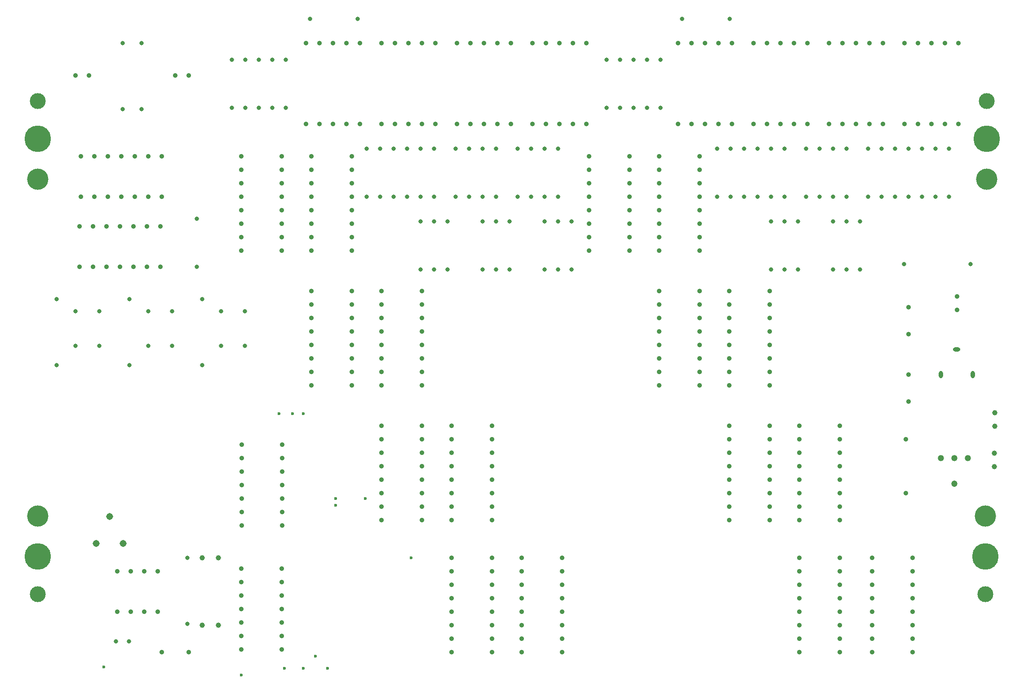
<source format=gbr>
G04 Generated by Ultiboard 14.3 *
%FSLAX34Y34*%
%MOMM*%

%ADD10C,0.0001*%
%ADD11C,0.8000*%
%ADD12C,0.8890*%
%ADD13C,1.0000*%
%ADD14C,1.3124*%
%ADD15C,1.1810*%
%ADD16O,1.4000X0.8000*%
%ADD17O,0.8000X1.4000*%
%ADD18C,0.9000*%
%ADD19C,0.6000*%
%ADD20C,1.2000*%
%ADD21C,3.0000*%
%ADD22C,5.0000*%
%ADD23C,4.0000*%


G04 ColorRGB 000000 for the following layer *
%LNDrill-Copper Top-Copper Bottom*%
%LPD*%
G54D11*
X81280Y631920D03*
X81280Y756920D03*
X218440Y631920D03*
X218440Y756920D03*
X355600Y631920D03*
X355600Y756920D03*
X327660Y144240D03*
X327660Y269240D03*
X690880Y1039960D03*
X690780Y949960D03*
X716280Y1039960D03*
X716180Y949960D03*
X741680Y1039960D03*
X741580Y949960D03*
X767080Y1039960D03*
X766980Y949960D03*
X792480Y1039960D03*
X792380Y949960D03*
X767080Y902800D03*
X766980Y812800D03*
X792480Y902800D03*
X792380Y812800D03*
X833120Y1039960D03*
X833020Y949960D03*
X883920Y1039960D03*
X883820Y949960D03*
X909320Y1039960D03*
X909220Y949960D03*
X858520Y1039960D03*
X858420Y949960D03*
X909320Y902800D03*
X909220Y812800D03*
X883920Y902800D03*
X883820Y812800D03*
X1026160Y1039960D03*
X1026060Y949960D03*
X975360Y1039960D03*
X975260Y949960D03*
X949960Y1039960D03*
X949860Y949960D03*
X1000760Y1039960D03*
X1000660Y949960D03*
X817880Y902800D03*
X817780Y812800D03*
X1325880Y1039960D03*
X1325780Y949960D03*
X1351280Y1039960D03*
X1351180Y949960D03*
X1376680Y1039960D03*
X1376580Y949960D03*
X1402080Y1039960D03*
X1401980Y949960D03*
X1427480Y1039960D03*
X1427380Y949960D03*
X1452880Y1039960D03*
X1452780Y949960D03*
X1117600Y1207600D03*
X1117500Y1117600D03*
X1143000Y1207600D03*
X1142900Y1117600D03*
X1168400Y1207600D03*
X1168300Y1117600D03*
X1193800Y1207600D03*
X1193700Y1117600D03*
X1219200Y1207600D03*
X1219100Y1117600D03*
X1427480Y902800D03*
X1427380Y812800D03*
X1452880Y902800D03*
X1452780Y812800D03*
X1478280Y902800D03*
X1478180Y812800D03*
X1493520Y1039960D03*
X1493420Y949960D03*
X1518920Y1039960D03*
X1518820Y949960D03*
X1544320Y1039960D03*
X1544220Y949960D03*
X1569720Y1039960D03*
X1569620Y949960D03*
X1595120Y902800D03*
X1595020Y812800D03*
X1569720Y902800D03*
X1569620Y812800D03*
X1544320Y902800D03*
X1544220Y812800D03*
X1610360Y1039960D03*
X1610260Y949960D03*
X1635760Y1039960D03*
X1635660Y949960D03*
X1661160Y1039960D03*
X1661060Y949960D03*
X1686560Y1039960D03*
X1686460Y949960D03*
X1711960Y1039960D03*
X1711860Y949960D03*
X1737360Y1039960D03*
X1737260Y949960D03*
X1762760Y1039960D03*
X1762660Y949960D03*
X411480Y1207600D03*
X411380Y1117600D03*
X436880Y1207600D03*
X436780Y1117600D03*
X462280Y1207600D03*
X462180Y1117600D03*
X487680Y1207600D03*
X487580Y1117600D03*
X513080Y1207600D03*
X512980Y1117600D03*
X665480Y1039960D03*
X665380Y949960D03*
X299360Y668540D03*
X299360Y733540D03*
X254360Y668540D03*
X254360Y733540D03*
X436520Y733540D03*
X391520Y668540D03*
X436520Y668540D03*
X391520Y733540D03*
X162200Y668540D03*
X162200Y733540D03*
X117200Y668540D03*
X117200Y733540D03*
X648800Y1285240D03*
X558800Y1285340D03*
X1349840Y1285240D03*
X1259840Y1285340D03*
X345440Y907880D03*
X345340Y817880D03*
X934720Y902800D03*
X934620Y812800D03*
X1000760Y902800D03*
X1000660Y812800D03*
X1026160Y902800D03*
X1026060Y812800D03*
X1051560Y902800D03*
X1051460Y812800D03*
X205740Y1114520D03*
X205740Y1239520D03*
X241300Y1114520D03*
X241300Y1239520D03*
X1678400Y822960D03*
X1803400Y822960D03*
X218040Y111760D03*
X193040Y111760D03*
G54D12*
X1480820Y91440D03*
X1557020Y142240D03*
X1557020Y116840D03*
X1557020Y167640D03*
X1557020Y218440D03*
X1557020Y193040D03*
X1557020Y243840D03*
X1557020Y269240D03*
X1480820Y243840D03*
X1480820Y167640D03*
X1480820Y142240D03*
X1480820Y116840D03*
X1480820Y218440D03*
X1480820Y193040D03*
X1480820Y269240D03*
X1557020Y91440D03*
X1348740Y340360D03*
X1424940Y391160D03*
X1424940Y365760D03*
X1424940Y416560D03*
X1424940Y467360D03*
X1424940Y441960D03*
X1424940Y492760D03*
X1424940Y518160D03*
X1348740Y492760D03*
X1348740Y416560D03*
X1348740Y391160D03*
X1348740Y365760D03*
X1348740Y467360D03*
X1348740Y441960D03*
X1348740Y518160D03*
X1424940Y340360D03*
X1084580Y848360D03*
X1160780Y899160D03*
X1160780Y873760D03*
X1160780Y924560D03*
X1160780Y975360D03*
X1160780Y949960D03*
X1160780Y1000760D03*
X1160780Y1026160D03*
X1084580Y1000760D03*
X1084580Y924560D03*
X1084580Y899160D03*
X1084580Y873760D03*
X1084580Y975360D03*
X1084580Y949960D03*
X1084580Y1026160D03*
X1160780Y848360D03*
X1216660Y594360D03*
X1292860Y645160D03*
X1292860Y619760D03*
X1292860Y670560D03*
X1292860Y721360D03*
X1292860Y695960D03*
X1292860Y746760D03*
X1292860Y772160D03*
X1216660Y746760D03*
X1216660Y670560D03*
X1216660Y645160D03*
X1216660Y619760D03*
X1216660Y721360D03*
X1216660Y695960D03*
X1216660Y772160D03*
X1292860Y594360D03*
X769620Y518160D03*
X693420Y467360D03*
X693420Y492760D03*
X693420Y441960D03*
X693420Y391160D03*
X693420Y416560D03*
X693420Y365760D03*
X693420Y340360D03*
X769620Y365760D03*
X769620Y441960D03*
X769620Y467360D03*
X769620Y492760D03*
X769620Y391160D03*
X769620Y416560D03*
X769620Y340360D03*
X693420Y518160D03*
X901700Y518160D03*
X825500Y467360D03*
X825500Y492760D03*
X825500Y441960D03*
X825500Y391160D03*
X825500Y416560D03*
X825500Y365760D03*
X825500Y340360D03*
X901700Y365760D03*
X901700Y441960D03*
X901700Y467360D03*
X901700Y492760D03*
X901700Y391160D03*
X901700Y416560D03*
X901700Y340360D03*
X825500Y518160D03*
X1557020Y518160D03*
X1480820Y467360D03*
X1480820Y492760D03*
X1480820Y441960D03*
X1480820Y391160D03*
X1480820Y416560D03*
X1480820Y365760D03*
X1480820Y340360D03*
X1557020Y365760D03*
X1557020Y441960D03*
X1557020Y467360D03*
X1557020Y492760D03*
X1557020Y391160D03*
X1557020Y416560D03*
X1557020Y340360D03*
X1480820Y518160D03*
X637540Y772160D03*
X561340Y721360D03*
X561340Y746760D03*
X561340Y695960D03*
X561340Y645160D03*
X561340Y670560D03*
X561340Y619760D03*
X561340Y594360D03*
X637540Y619760D03*
X637540Y695960D03*
X637540Y721360D03*
X637540Y746760D03*
X637540Y645160D03*
X637540Y670560D03*
X637540Y594360D03*
X561340Y772160D03*
X769620Y772160D03*
X693420Y721360D03*
X693420Y746760D03*
X693420Y695960D03*
X693420Y645160D03*
X693420Y670560D03*
X693420Y619760D03*
X693420Y594360D03*
X769620Y619760D03*
X769620Y695960D03*
X769620Y721360D03*
X769620Y746760D03*
X769620Y645160D03*
X769620Y670560D03*
X769620Y594360D03*
X693420Y772160D03*
X1424940Y772160D03*
X1348740Y721360D03*
X1348740Y746760D03*
X1348740Y695960D03*
X1348740Y645160D03*
X1348740Y670560D03*
X1348740Y619760D03*
X1348740Y594360D03*
X1424940Y619760D03*
X1424940Y695960D03*
X1424940Y721360D03*
X1424940Y746760D03*
X1424940Y645160D03*
X1424940Y670560D03*
X1424940Y594360D03*
X1348740Y772160D03*
X637540Y1026160D03*
X561340Y975360D03*
X561340Y1000760D03*
X561340Y949960D03*
X561340Y899160D03*
X561340Y924560D03*
X561340Y873760D03*
X561340Y848360D03*
X637540Y873760D03*
X637540Y949960D03*
X637540Y975360D03*
X637540Y1000760D03*
X637540Y899160D03*
X637540Y924560D03*
X637540Y848360D03*
X561340Y1026160D03*
X1292860Y1026160D03*
X1216660Y975360D03*
X1216660Y1000760D03*
X1216660Y949960D03*
X1216660Y899160D03*
X1216660Y924560D03*
X1216660Y873760D03*
X1216660Y848360D03*
X1292860Y873760D03*
X1292860Y949960D03*
X1292860Y975360D03*
X1292860Y1000760D03*
X1292860Y899160D03*
X1292860Y924560D03*
X1292860Y848360D03*
X1216660Y1026160D03*
X1033780Y269240D03*
X957580Y218440D03*
X957580Y243840D03*
X957580Y193040D03*
X957580Y142240D03*
X957580Y167640D03*
X957580Y116840D03*
X957580Y91440D03*
X1033780Y116840D03*
X1033780Y193040D03*
X1033780Y218440D03*
X1033780Y243840D03*
X1033780Y142240D03*
X1033780Y167640D03*
X1033780Y91440D03*
X957580Y269240D03*
X271780Y167640D03*
X195580Y243840D03*
X271780Y243840D03*
X220980Y243840D03*
X246380Y167640D03*
X246380Y243840D03*
X220980Y167640D03*
X195580Y167640D03*
X1694180Y269240D03*
X1617980Y218440D03*
X1617980Y243840D03*
X1617980Y193040D03*
X1617980Y142240D03*
X1617980Y167640D03*
X1617980Y116840D03*
X1617980Y91440D03*
X1694180Y116840D03*
X1694180Y193040D03*
X1694180Y218440D03*
X1694180Y243840D03*
X1694180Y142240D03*
X1694180Y167640D03*
X1694180Y91440D03*
X1617980Y269240D03*
X901700Y269240D03*
X825500Y218440D03*
X825500Y243840D03*
X825500Y193040D03*
X825500Y142240D03*
X825500Y167640D03*
X825500Y116840D03*
X825500Y91440D03*
X901700Y116840D03*
X901700Y193040D03*
X901700Y218440D03*
X901700Y243840D03*
X901700Y142240D03*
X901700Y167640D03*
X901700Y91440D03*
X825500Y269240D03*
X505460Y1026160D03*
X429260Y975360D03*
X429260Y1000760D03*
X429260Y949960D03*
X429260Y899160D03*
X429260Y924560D03*
X429260Y873760D03*
X429260Y848360D03*
X505460Y873760D03*
X505460Y949960D03*
X505460Y975360D03*
X505460Y1000760D03*
X505460Y899160D03*
X505460Y924560D03*
X505460Y848360D03*
X429260Y1026160D03*
X429260Y96520D03*
X505460Y172720D03*
X505460Y121920D03*
X505460Y147320D03*
X505460Y198120D03*
X505460Y223520D03*
X505460Y248920D03*
X429260Y248920D03*
X429260Y172720D03*
X429260Y121920D03*
X429260Y147320D03*
X429260Y198120D03*
X429260Y223520D03*
X505460Y96520D03*
X430395Y330200D03*
X506595Y406400D03*
X506595Y355600D03*
X506595Y381000D03*
X506595Y431800D03*
X506595Y457200D03*
X506595Y482600D03*
X430395Y482600D03*
X430395Y406400D03*
X430395Y355600D03*
X430395Y381000D03*
X430395Y431800D03*
X430395Y457200D03*
X506595Y330200D03*
X1780540Y1239520D03*
X1678940Y1239520D03*
X1780540Y1087120D03*
X1755140Y1087120D03*
X1704340Y1087120D03*
X1755140Y1239520D03*
X1704340Y1239520D03*
X1678940Y1087120D03*
X1729740Y1087120D03*
X1729740Y1239520D03*
X124460Y894080D03*
X175260Y817880D03*
X149860Y817880D03*
X276860Y817880D03*
X200660Y817880D03*
X226060Y817880D03*
X251460Y817880D03*
X276860Y894080D03*
X200660Y894080D03*
X149860Y894080D03*
X175260Y894080D03*
X226060Y894080D03*
X251460Y894080D03*
X124460Y817880D03*
X1353820Y1239520D03*
X1252220Y1239520D03*
X1353820Y1087120D03*
X1328420Y1087120D03*
X1277620Y1087120D03*
X1328420Y1239520D03*
X1277620Y1239520D03*
X1252220Y1087120D03*
X1303020Y1087120D03*
X1303020Y1239520D03*
X1394460Y1239520D03*
X1496060Y1087120D03*
X1470660Y1087120D03*
X1419860Y1087120D03*
X1470660Y1239520D03*
X1419860Y1239520D03*
X1394460Y1087120D03*
X1445260Y1087120D03*
X1445260Y1239520D03*
X1496060Y1239520D03*
X1638300Y1239520D03*
X1536700Y1239520D03*
X1638300Y1087120D03*
X1612900Y1087120D03*
X1562100Y1087120D03*
X1612900Y1239520D03*
X1562100Y1239520D03*
X1536700Y1087120D03*
X1587500Y1087120D03*
X1587500Y1239520D03*
X127000Y1026160D03*
X203200Y949960D03*
X152400Y949960D03*
X177800Y949960D03*
X228600Y949960D03*
X254000Y949960D03*
X279400Y949960D03*
X279400Y1026160D03*
X203200Y1026160D03*
X152400Y1026160D03*
X177800Y1026160D03*
X228600Y1026160D03*
X254000Y1026160D03*
X127000Y949960D03*
X652780Y1239520D03*
X652780Y1087120D03*
X627380Y1087120D03*
X576580Y1087120D03*
X627380Y1239520D03*
X576580Y1239520D03*
X551180Y1087120D03*
X601980Y1087120D03*
X601980Y1239520D03*
X551180Y1239520D03*
X693420Y1239520D03*
X795020Y1087120D03*
X769620Y1087120D03*
X718820Y1087120D03*
X769620Y1239520D03*
X718820Y1239520D03*
X693420Y1087120D03*
X744220Y1087120D03*
X744220Y1239520D03*
X795020Y1239520D03*
X937260Y1239520D03*
X835660Y1239520D03*
X937260Y1087120D03*
X911860Y1087120D03*
X861060Y1087120D03*
X911860Y1239520D03*
X861060Y1239520D03*
X835660Y1087120D03*
X886460Y1087120D03*
X886460Y1239520D03*
X1079500Y1239520D03*
X977900Y1239520D03*
X1079500Y1087120D03*
X1054100Y1087120D03*
X1003300Y1087120D03*
X1054100Y1239520D03*
X1003300Y1239520D03*
X977900Y1087120D03*
X1028700Y1087120D03*
X1028700Y1239520D03*
X116840Y1178560D03*
X142240Y1178560D03*
X330200Y1178560D03*
X304800Y1178560D03*
X1778000Y762000D03*
X1778000Y736600D03*
X1686560Y614680D03*
X1686560Y563880D03*
X1686560Y741680D03*
X1686560Y690880D03*
X279400Y91440D03*
X330200Y91440D03*
G54D13*
X355600Y142240D03*
X386080Y142240D03*
X355600Y269240D03*
X386080Y269240D03*
X1848595Y440824D03*
X1848595Y466224D03*
X1849402Y517480D03*
X1849402Y542880D03*
G54D14*
X181694Y346626D03*
X207094Y295826D03*
X156294Y295826D03*
G54D15*
X1747520Y457200D03*
X1798320Y457200D03*
X1772920Y457200D03*
G54D16*
X1777520Y661680D03*
G54D17*
X1807520Y614680D03*
X1747520Y614680D03*
G54D18*
X1681480Y391160D03*
X1681480Y492760D03*
G54D19*
X429260Y48260D03*
X546100Y60960D03*
X607060Y368300D03*
X662940Y381000D03*
X607060Y381000D03*
X591820Y60960D03*
X170180Y63500D03*
X510540Y60960D03*
X525780Y541020D03*
X749300Y269240D03*
X568960Y83820D03*
X500380Y541020D03*
X546100Y541020D03*
G54D20*
X1772920Y408940D03*
G54D21*
X1831340Y200660D03*
X1833880Y1130300D03*
X45720Y1130300D03*
X45720Y200660D03*
G54D22*
X1831340Y271780D03*
X1833880Y1059180D03*
X45720Y1059180D03*
X45720Y271780D03*
G54D23*
X1831340Y347980D03*
X1833880Y982980D03*
X45720Y982980D03*
X45720Y347980D03*

M02*

</source>
